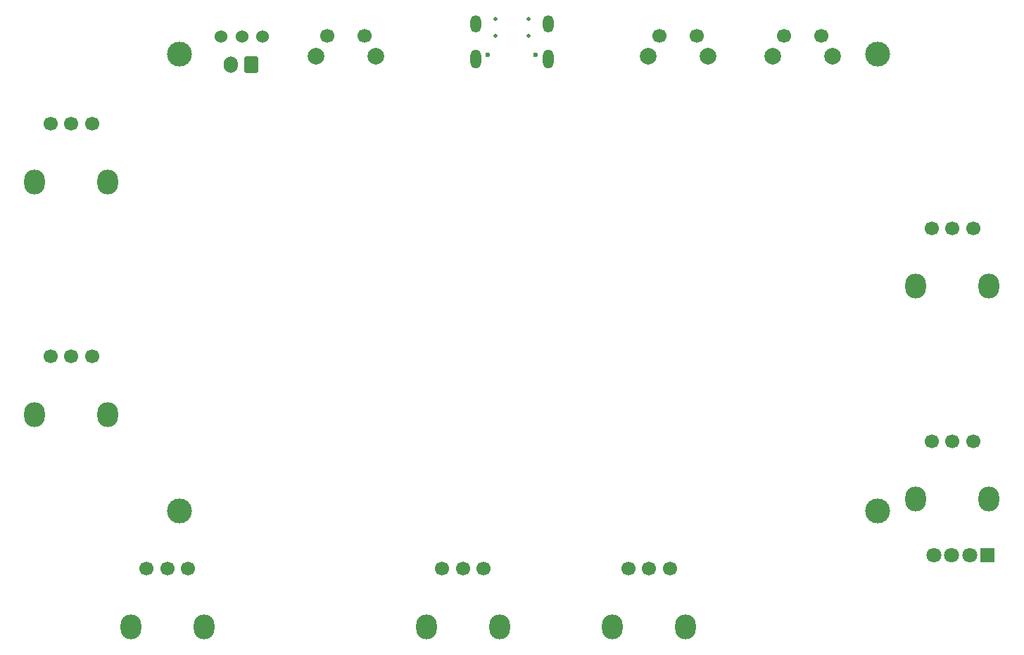
<source format=gbr>
%TF.GenerationSoftware,KiCad,Pcbnew,9.0.4*%
%TF.CreationDate,2025-10-09T22:00:13+02:00*%
%TF.ProjectId,Spikeling_v3.0,5370696b-656c-4696-9e67-5f76332e302e,rev?*%
%TF.SameCoordinates,Original*%
%TF.FileFunction,Soldermask,Bot*%
%TF.FilePolarity,Negative*%
%FSLAX46Y46*%
G04 Gerber Fmt 4.6, Leading zero omitted, Abs format (unit mm)*
G04 Created by KiCad (PCBNEW 9.0.4) date 2025-10-09 22:00:13*
%MOMM*%
%LPD*%
G01*
G04 APERTURE LIST*
G04 Aperture macros list*
%AMRoundRect*
0 Rectangle with rounded corners*
0 $1 Rounding radius*
0 $2 $3 $4 $5 $6 $7 $8 $9 X,Y pos of 4 corners*
0 Add a 4 corners polygon primitive as box body*
4,1,4,$2,$3,$4,$5,$6,$7,$8,$9,$2,$3,0*
0 Add four circle primitives for the rounded corners*
1,1,$1+$1,$2,$3*
1,1,$1+$1,$4,$5*
1,1,$1+$1,$6,$7*
1,1,$1+$1,$8,$9*
0 Add four rect primitives between the rounded corners*
20,1,$1+$1,$2,$3,$4,$5,0*
20,1,$1+$1,$4,$5,$6,$7,0*
20,1,$1+$1,$6,$7,$8,$9,0*
20,1,$1+$1,$8,$9,$2,$3,0*%
G04 Aperture macros list end*
%ADD10C,1.700000*%
%ADD11O,2.500000X3.000000*%
%ADD12C,1.524000*%
%ADD13C,3.000000*%
%ADD14C,0.600000*%
%ADD15O,1.300000X2.300000*%
%ADD16O,1.300000X2.100000*%
%ADD17C,0.500000*%
%ADD18C,2.000000*%
%ADD19RoundRect,0.250000X0.600000X0.750000X-0.600000X0.750000X-0.600000X-0.750000X0.600000X-0.750000X0*%
%ADD20O,1.700000X2.000000*%
%ADD21R,1.800000X1.800000*%
%ADD22C,1.800000*%
G04 APERTURE END LIST*
D10*
%TO.C,VR2*%
X156620000Y-117000000D03*
X154120000Y-117000000D03*
X151620000Y-117000000D03*
D11*
X149720000Y-124000000D03*
X158520000Y-124000000D03*
%TD*%
D10*
%TO.C,VR1*%
X121050000Y-117000000D03*
X118550000Y-117000000D03*
X116050000Y-117000000D03*
D11*
X114150000Y-124000000D03*
X122950000Y-124000000D03*
%TD*%
D12*
%TO.C,SW5*%
X125000000Y-52885034D03*
X127500000Y-52885034D03*
X130000000Y-52885034D03*
%TD*%
D10*
%TO.C,VR5*%
X215500000Y-101600000D03*
X213000000Y-101600000D03*
X210500000Y-101600000D03*
D11*
X208600000Y-108600000D03*
X217400000Y-108600000D03*
%TD*%
D13*
%TO.C,H2*%
X204000000Y-55000000D03*
%TD*%
%TO.C,H1*%
X120000000Y-55000000D03*
%TD*%
D14*
%TO.C,J1*%
X162890000Y-55050000D03*
X157110000Y-55050000D03*
D15*
X164330000Y-55570000D03*
D16*
X164330000Y-51370000D03*
D17*
X162000000Y-52750000D03*
X162000000Y-50750000D03*
X158000000Y-52750000D03*
X158000000Y-50750000D03*
D15*
X155670000Y-55570000D03*
D16*
X155670000Y-51370000D03*
%TD*%
D10*
%TO.C,SW3*%
X182250000Y-52750000D03*
X177750000Y-52750000D03*
D18*
X176400000Y-55250000D03*
X183600000Y-55250000D03*
%TD*%
D10*
%TO.C,SW2*%
X142250000Y-52750000D03*
X137750000Y-52750000D03*
D18*
X136400000Y-55250000D03*
X143600000Y-55250000D03*
%TD*%
D13*
%TO.C,H3*%
X204000000Y-110000000D03*
%TD*%
D10*
%TO.C,VR6*%
X109500000Y-63400000D03*
X107000000Y-63400000D03*
X104500000Y-63400000D03*
D11*
X102600000Y-70400000D03*
X111400000Y-70400000D03*
%TD*%
D10*
%TO.C,VR4*%
X215500000Y-75972000D03*
X213000000Y-75972000D03*
X210500000Y-75972000D03*
D11*
X208600000Y-82972000D03*
X217400000Y-82972000D03*
%TD*%
D10*
%TO.C,VR3*%
X179000000Y-117000000D03*
X176500000Y-117000000D03*
X174000000Y-117000000D03*
D11*
X172100000Y-124000000D03*
X180900000Y-124000000D03*
%TD*%
D10*
%TO.C,SW4*%
X197250000Y-52750000D03*
X192750000Y-52750000D03*
D18*
X191400000Y-55250000D03*
X198600000Y-55250000D03*
%TD*%
D10*
%TO.C,VR7*%
X109500000Y-91400000D03*
X107000000Y-91400000D03*
X104500000Y-91400000D03*
D11*
X102600000Y-98400000D03*
X111400000Y-98400000D03*
%TD*%
D13*
%TO.C,H4*%
X120000000Y-110000000D03*
%TD*%
D19*
%TO.C,BT1*%
X128675000Y-56300000D03*
D20*
X126175000Y-56300000D03*
%TD*%
D21*
%TO.C,D5*%
X217234000Y-115350000D03*
D22*
X215075000Y-115350000D03*
X212916000Y-115350000D03*
X210757000Y-115350000D03*
%TD*%
M02*

</source>
